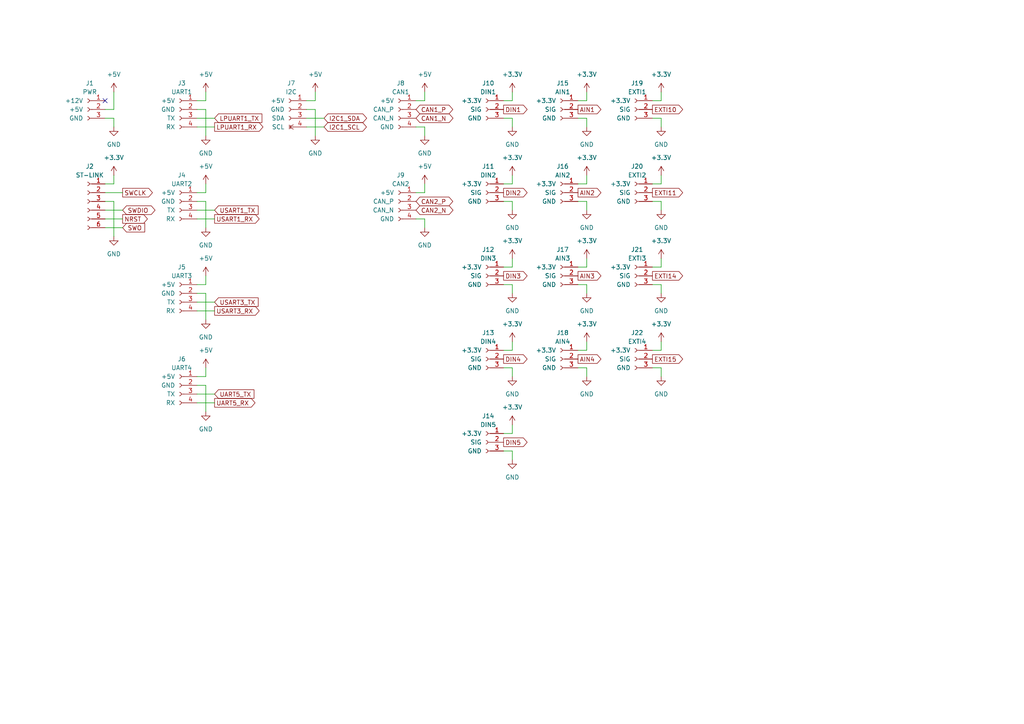
<source format=kicad_sch>
(kicad_sch (version 20250114) (generator "eeschema") (generator_version "9.0")
  (paper "A4")
  (lib_symbols
    (symbol "Connector:Conn_01x06_Socket" (pin_names (offset 1.016) (hide yes))
      (property "Reference" "J" (at 0 7.62 0))
      (property "Value" "Conn_01x06_Socket" (at 0 -10.16 0))
      (symbol "Conn_01x06_Socket_1_1"
        (polyline (pts (xy -1.27 5.08) (xy -0.508 5.08)) (stroke (width 0.1524)))
        (polyline (pts (xy -1.27 2.54) (xy -0.508 2.54)) (stroke (width 0.1524)))
        (polyline (pts (xy -1.27 0) (xy -0.508 0)) (stroke (width 0.1524)))
        (polyline (pts (xy -1.27 -2.54) (xy -0.508 -2.54)) (stroke (width 0.1524)))
        (polyline (pts (xy -1.27 -5.08) (xy -0.508 -5.08)) (stroke (width 0.1524)))
        (polyline (pts (xy -1.27 -7.62) (xy -0.508 -7.62)) (stroke (width 0.1524)))
        (arc (start 0 4.572) (mid -0.5058 5.08) (end 0 5.588) (stroke (width 0.1524)))
        (arc (start 0 2.032) (mid -0.5058 2.54) (end 0 3.048) (stroke (width 0.1524)))
        (arc (start 0 -0.508) (mid -0.5058 0) (end 0 0.508) (stroke (width 0.1524)))
        (arc (start 0 -3.048) (mid -0.5058 -2.54) (end 0 -2.032) (stroke (width 0.1524)))
        (arc (start 0 -5.588) (mid -0.5058 -5.08) (end 0 -4.572) (stroke (width 0.1524)))
        (arc (start 0 -8.128) (mid -0.5058 -7.62) (end 0 -7.112) (stroke (width 0.1524)))
        (pin passive line (at -5.08 5.08 0) (length 3.81) (name "Pin_1") (number "1"))
        (pin passive line (at -5.08 2.54 0) (length 3.81) (name "Pin_2") (number "2"))
        (pin passive line (at -5.08 0 0) (length 3.81) (name "Pin_3") (number "3"))
        (pin passive line (at -5.08 -2.54 0) (length 3.81) (name "Pin_4") (number "4"))
        (pin passive line (at -5.08 -5.08 0) (length 3.81) (name "Pin_5") (number "5"))
        (pin passive line (at -5.08 -7.62 0) (length 3.81) (name "Pin_6") (number "6"))
      )
    )
    (symbol "circuit-sugoi-tsuyoi-machine:CAN" (pin_names (offset 2.54))
      (property "Reference" "J" (at 0 5.08 0))
      (property "Value" "CAN" (at 0 -7.62 0))
      (symbol "CAN_1_1"
        (polyline (pts (xy -1.27 2.54) (xy -0.508 2.54)) (stroke (width 0.1524)))
        (polyline (pts (xy -1.27 0) (xy -0.508 0)) (stroke (width 0.1524)))
        (polyline (pts (xy -1.27 -2.54) (xy -0.508 -2.54)) (stroke (width 0.1524)))
        (polyline (pts (xy -1.27 -5.08) (xy -0.508 -5.08)) (stroke (width 0.1524)))
        (arc (start 0 2.032) (mid -0.5058 2.54) (end 0 3.048) (stroke (width 0.1524)))
        (arc (start 0 -0.508) (mid -0.5058 0) (end 0 0.508) (stroke (width 0.1524)))
        (arc (start 0 -3.048) (mid -0.5058 -2.54) (end 0 -2.032) (stroke (width 0.1524)))
        (arc (start 0 -5.588) (mid -0.5058 -5.08) (end 0 -4.572) (stroke (width 0.1524)))
        (pin power_in line (at -5.08 2.54 0) (length 3.81) (name "+5V") (number "1"))
        (pin bidirectional line (at -5.08 0 0) (length 3.81) (name "CAN_P") (number "2"))
        (pin bidirectional line (at -5.08 -2.54 0) (length 3.81) (name "CAN_N") (number "3"))
        (pin power_in line (at -5.08 -5.08 0) (length 3.81) (name "GND") (number "4"))
      )
    )
    (symbol "circuit-sugoi-tsuyoi-machine:I2C" (pin_names (offset 2.54))
      (property "Reference" "J" (at 0 5.08 0))
      (property "Value" "I2C" (at 0 -7.62 0))
      (symbol "I2C_1_1"
        (polyline (pts (xy -1.27 2.54) (xy -0.508 2.54)) (stroke (width 0.1524)))
        (polyline (pts (xy -1.27 0) (xy -0.508 0)) (stroke (width 0.1524)))
        (polyline (pts (xy -1.27 -2.54) (xy -0.508 -2.54)) (stroke (width 0.1524)))
        (polyline (pts (xy -1.27 -5.08) (xy -0.508 -5.08)) (stroke (width 0.1524)))
        (arc (start 0 2.032) (mid -0.5058 2.54) (end 0 3.048) (stroke (width 0.1524)))
        (arc (start 0 -0.508) (mid -0.5058 0) (end 0 0.508) (stroke (width 0.1524)))
        (arc (start 0 -3.048) (mid -0.5058 -2.54) (end 0 -2.032) (stroke (width 0.1524)))
        (arc (start 0 -5.588) (mid -0.5058 -5.08) (end 0 -4.572) (stroke (width 0.1524)))
        (pin power_in line (at -5.08 2.54 0) (length 3.81) (name "+5V") (number "1"))
        (pin power_in line (at -5.08 0 0) (length 3.81) (name "GND") (number "2"))
        (pin bidirectional line (at -5.08 -2.54 0) (length 3.81) (name "SDA") (number "3"))
        (pin bidirectional clock (at -5.08 -5.08 0) (length 3.81) (name "SCL") (number "4"))
      )
    )
    (symbol "circuit-sugoi-tsuyoi-machine:PWR" (pin_names (offset 2.54))
      (property "Reference" "J" (at 0 5.08 0))
      (property "Value" "PWR" (at 0 -5.08 0))
      (symbol "PWR_1_1"
        (polyline (pts (xy -1.27 2.54) (xy -0.508 2.54)) (stroke (width 0.1524)))
        (polyline (pts (xy -1.27 0) (xy -0.508 0)) (stroke (width 0.1524)))
        (polyline (pts (xy -1.27 -2.54) (xy -0.508 -2.54)) (stroke (width 0.1524)))
        (arc (start 0 2.032) (mid -0.5058 2.54) (end 0 3.048) (stroke (width 0.1524)))
        (arc (start 0 -0.508) (mid -0.5058 0) (end 0 0.508) (stroke (width 0.1524)))
        (arc (start 0 -3.048) (mid -0.5058 -2.54) (end 0 -2.032) (stroke (width 0.1524)))
        (pin power_out line (at -5.08 2.54 0) (length 3.81) (name "+12V") (number "1"))
        (pin power_out line (at -5.08 0 0) (length 3.81) (name "+5V") (number "2"))
        (pin power_out line (at -5.08 -2.54 0) (length 3.81) (name "GND") (number "3"))
      )
    )
    (symbol "circuit-sugoi-tsuyoi-machine:SIG" (pin_names (offset 2.54))
      (property "Reference" "J" (at 0 5.08 0))
      (property "Value" "SIG" (at 0 -5.08 0))
      (symbol "SIG_1_1"
        (polyline (pts (xy -1.27 2.54) (xy -0.508 2.54)) (stroke (width 0.1524)))
        (polyline (pts (xy -1.27 0) (xy -0.508 0)) (stroke (width 0.1524)))
        (polyline (pts (xy -1.27 -2.54) (xy -0.508 -2.54)) (stroke (width 0.1524)))
        (arc (start 0 2.032) (mid -0.5058 2.54) (end 0 3.048) (stroke (width 0.1524)))
        (arc (start 0 -0.508) (mid -0.5058 0) (end 0 0.508) (stroke (width 0.1524)))
        (arc (start 0 -3.048) (mid -0.5058 -2.54) (end 0 -2.032) (stroke (width 0.1524)))
        (pin power_in line (at -5.08 2.54 0) (length 3.81) (name "+3.3V") (number "1"))
        (pin input line (at -5.08 0 0) (length 3.81) (name "SIG") (number "2"))
        (pin power_in line (at -5.08 -2.54 0) (length 3.81) (name "GND") (number "3"))
      )
    )
    (symbol "circuit-sugoi-tsuyoi-machine:UART" (pin_names (offset 2.54))
      (property "Reference" "J" (at 0 5.08 0))
      (property "Value" "UART" (at 0 -7.62 0))
      (symbol "UART_1_1"
        (polyline (pts (xy -1.27 2.54) (xy -0.508 2.54)) (stroke (width 0.1524)))
        (polyline (pts (xy -1.27 0) (xy -0.508 0)) (stroke (width 0.1524)))
        (polyline (pts (xy -1.27 -2.54) (xy -0.508 -2.54)) (stroke (width 0.1524)))
        (polyline (pts (xy -1.27 -5.08) (xy -0.508 -5.08)) (stroke (width 0.1524)))
        (arc (start 0 2.032) (mid -0.5058 2.54) (end 0 3.048) (stroke (width 0.1524)))
        (arc (start 0 -0.508) (mid -0.5058 0) (end 0 0.508) (stroke (width 0.1524)))
        (arc (start 0 -3.048) (mid -0.5058 -2.54) (end 0 -2.032) (stroke (width 0.1524)))
        (arc (start 0 -5.588) (mid -0.5058 -5.08) (end 0 -4.572) (stroke (width 0.1524)))
        (pin power_in line (at -5.08 2.54 0) (length 3.81) (name "+5V") (number "1"))
        (pin power_in line (at -5.08 0 0) (length 3.81) (name "GND") (number "2"))
        (pin input line (at -5.08 -2.54 0) (length 3.81) (name "TX") (number "3"))
        (pin output line (at -5.08 -5.08 0) (length 3.81) (name "RX") (number "4"))
      )
    )
    (symbol "power:+3.3V" (power) (pin_numbers (hide yes)) (pin_names (offset 0) (hide yes))
      (property "Value" "+3.3V" (at 0 3.556 0))
      (symbol "+3.3V_0_1"
        (polyline (pts (xy -0.762 1.27) (xy 0 2.54)))
        (polyline (pts (xy 0 2.54) (xy 0.762 1.27)))
        (polyline (pts (xy 0 0) (xy 0 2.54)))
      )
      (symbol "+3.3V_1_1"
        (pin power_in line (at 0 0 90) (length 0) (name "~") (number "1"))
      )
    )
    (symbol "power:+5V" (power) (pin_numbers (hide yes)) (pin_names (offset 0) (hide yes))
      (property "Value" "+5V" (at 0 3.556 0))
      (symbol "+5V_0_1"
        (polyline (pts (xy -0.762 1.27) (xy 0 2.54)))
        (polyline (pts (xy 0 2.54) (xy 0.762 1.27)))
        (polyline (pts (xy 0 0) (xy 0 2.54)))
      )
      (symbol "+5V_1_1"
        (pin power_in line (at 0 0 90) (length 0) (name "~") (number "1"))
      )
    )
    (symbol "power:GND" (power) (pin_numbers (hide yes)) (pin_names (offset 0) (hide yes))
      (property "Value" "GND" (at 0 -3.81 0))
      (symbol "GND_0_1"
        (polyline (pts (xy 0 0) (xy 0 -1.27) (xy 1.27 -1.27) (xy 0 -2.54) (xy -1.27 -1.27) (xy 0 -1.27)))
      )
      (symbol "GND_1_1"
        (pin power_in line (at 0 0 270) (length 0) (name "~") (number "1"))
      )
    )
  )
  (no_connect (at 30.48 29.21))
  (wire (pts (xy 170.18 82.55) (xy 170.18 85.09)))
  (wire (pts (xy 148.59 34.29) (xy 148.59 36.83)))
  (wire (pts (xy 191.77 34.29) (xy 191.77 36.83)))
  (wire (pts (xy 146.05 29.21) (xy 148.59 29.21)))
  (wire (pts (xy 62.23 87.63) (xy 57.15 87.63)))
  (wire (pts (xy 59.69 109.22) (xy 59.69 106.68)))
  (wire (pts (xy 59.69 82.55) (xy 59.69 80.01)))
  (wire (pts (xy 167.64 106.68) (xy 170.18 106.68)))
  (wire (pts (xy 120.65 63.5) (xy 123.19 63.5)))
  (wire (pts (xy 170.18 101.6) (xy 170.18 99.06)))
  (wire (pts (xy 59.69 29.21) (xy 59.69 26.67)))
  (wire (pts (xy 59.69 111.76) (xy 59.69 119.38)))
  (wire (pts (xy 62.23 63.5) (xy 57.15 63.5)))
  (wire (pts (xy 189.23 106.68) (xy 191.77 106.68)))
  (wire (pts (xy 62.23 34.29) (xy 57.15 34.29)))
  (wire (pts (xy 148.59 82.55) (xy 148.59 85.09)))
  (wire (pts (xy 170.18 77.47) (xy 170.18 74.93)))
  (wire (pts (xy 88.9 36.83) (xy 93.98 36.83)))
  (wire (pts (xy 146.05 53.34) (xy 148.59 53.34)))
  (wire (pts (xy 33.02 34.29) (xy 33.02 36.83)))
  (wire (pts (xy 123.19 36.83) (xy 123.19 39.37)))
  (wire (pts (xy 88.9 31.75) (xy 91.44 31.75)))
  (wire (pts (xy 167.64 101.6) (xy 170.18 101.6)))
  (wire (pts (xy 123.19 29.21) (xy 120.65 29.21)))
  (wire (pts (xy 35.56 63.5) (xy 30.48 63.5)))
  (wire (pts (xy 62.23 114.3) (xy 57.15 114.3)))
  (wire (pts (xy 33.02 53.34) (xy 33.02 50.8)))
  (wire (pts (xy 191.77 58.42) (xy 191.77 60.96)))
  (wire (pts (xy 59.69 58.42) (xy 59.69 66.04)))
  (wire (pts (xy 120.65 36.83) (xy 123.19 36.83)))
  (wire (pts (xy 62.23 60.96) (xy 57.15 60.96)))
  (wire (pts (xy 57.15 55.88) (xy 59.69 55.88)))
  (wire (pts (xy 35.56 55.88) (xy 30.48 55.88)))
  (wire (pts (xy 191.77 82.55) (xy 191.77 85.09)))
  (wire (pts (xy 167.64 53.34) (xy 170.18 53.34)))
  (wire (pts (xy 191.77 77.47) (xy 191.77 74.93)))
  (wire (pts (xy 191.77 53.34) (xy 191.77 50.8)))
  (wire (pts (xy 57.15 85.09) (xy 59.69 85.09)))
  (wire (pts (xy 57.15 29.21) (xy 59.69 29.21)))
  (wire (pts (xy 148.59 77.47) (xy 148.59 74.93)))
  (wire (pts (xy 123.19 26.67) (xy 123.19 29.21)))
  (wire (pts (xy 123.19 53.34) (xy 123.19 55.88)))
  (wire (pts (xy 167.64 58.42) (xy 170.18 58.42)))
  (wire (pts (xy 189.23 34.29) (xy 191.77 34.29)))
  (wire (pts (xy 33.02 26.67) (xy 33.02 31.75)))
  (wire (pts (xy 57.15 111.76) (xy 59.69 111.76)))
  (wire (pts (xy 191.77 29.21) (xy 191.77 26.67)))
  (wire (pts (xy 146.05 125.73) (xy 148.59 125.73)))
  (wire (pts (xy 123.19 63.5) (xy 123.19 66.04)))
  (wire (pts (xy 146.05 101.6) (xy 148.59 101.6)))
  (wire (pts (xy 167.64 29.21) (xy 170.18 29.21)))
  (wire (pts (xy 189.23 82.55) (xy 191.77 82.55)))
  (wire (pts (xy 148.59 58.42) (xy 148.59 60.96)))
  (wire (pts (xy 88.9 34.29) (xy 93.98 34.29)))
  (wire (pts (xy 189.23 53.34) (xy 191.77 53.34)))
  (wire (pts (xy 167.64 34.29) (xy 170.18 34.29)))
  (wire (pts (xy 146.05 34.29) (xy 148.59 34.29)))
  (wire (pts (xy 91.44 31.75) (xy 91.44 39.37)))
  (wire (pts (xy 170.18 58.42) (xy 170.18 60.96)))
  (wire (pts (xy 59.69 55.88) (xy 59.69 53.34)))
  (wire (pts (xy 148.59 106.68) (xy 148.59 109.22)))
  (wire (pts (xy 170.18 29.21) (xy 170.18 26.67)))
  (wire (pts (xy 167.64 82.55) (xy 170.18 82.55)))
  (wire (pts (xy 62.23 36.83) (xy 57.15 36.83)))
  (wire (pts (xy 33.02 58.42) (xy 33.02 68.58)))
  (wire (pts (xy 148.59 53.34) (xy 148.59 50.8)))
  (wire (pts (xy 148.59 130.81) (xy 148.59 133.35)))
  (wire (pts (xy 35.56 66.04) (xy 30.48 66.04)))
  (wire (pts (xy 59.69 85.09) (xy 59.69 92.71)))
  (wire (pts (xy 146.05 130.81) (xy 148.59 130.81)))
  (wire (pts (xy 189.23 29.21) (xy 191.77 29.21)))
  (wire (pts (xy 123.19 55.88) (xy 120.65 55.88)))
  (wire (pts (xy 167.64 77.47) (xy 170.18 77.47)))
  (wire (pts (xy 146.05 82.55) (xy 148.59 82.55)))
  (wire (pts (xy 189.23 77.47) (xy 191.77 77.47)))
  (wire (pts (xy 146.05 77.47) (xy 148.59 77.47)))
  (wire (pts (xy 57.15 31.75) (xy 59.69 31.75)))
  (wire (pts (xy 30.48 34.29) (xy 33.02 34.29)))
  (wire (pts (xy 57.15 82.55) (xy 59.69 82.55)))
  (wire (pts (xy 189.23 58.42) (xy 191.77 58.42)))
  (wire (pts (xy 189.23 101.6) (xy 191.77 101.6)))
  (wire (pts (xy 170.18 34.29) (xy 170.18 36.83)))
  (wire (pts (xy 30.48 31.75) (xy 33.02 31.75)))
  (wire (pts (xy 57.15 58.42) (xy 59.69 58.42)))
  (wire (pts (xy 148.59 29.21) (xy 148.59 26.67)))
  (wire (pts (xy 146.05 106.68) (xy 148.59 106.68)))
  (wire (pts (xy 170.18 106.68) (xy 170.18 109.22)))
  (wire (pts (xy 148.59 101.6) (xy 148.59 99.06)))
  (wire (pts (xy 62.23 116.84) (xy 57.15 116.84)))
  (wire (pts (xy 30.48 53.34) (xy 33.02 53.34)))
  (wire (pts (xy 30.48 58.42) (xy 33.02 58.42)))
  (wire (pts (xy 170.18 53.34) (xy 170.18 50.8)))
  (wire (pts (xy 88.9 29.21) (xy 91.44 29.21)))
  (wire (pts (xy 91.44 29.21) (xy 91.44 26.67)))
  (wire (pts (xy 191.77 101.6) (xy 191.77 99.06)))
  (wire (pts (xy 57.15 109.22) (xy 59.69 109.22)))
  (wire (pts (xy 146.05 58.42) (xy 148.59 58.42)))
  (wire (pts (xy 191.77 106.68) (xy 191.77 109.22)))
  (wire (pts (xy 35.56 60.96) (xy 30.48 60.96)))
  (wire (pts (xy 59.69 31.75) (xy 59.69 39.37)))
  (wire (pts (xy 62.23 90.17) (xy 57.15 90.17)))
  (wire (pts (xy 148.59 125.73) (xy 148.59 123.19)))
  (global_label "DIN1" (shape output) (at 146.05 31.75 0) (property "Intersheetrefs" "${INTERSHEET_REFS}" (effects (hide yes))))
  (global_label "LPUART1_TX" (shape input) (at 62.23 34.29 0) (property "Intersheetrefs" "${INTERSHEET_REFS}" (effects (hide yes))))
  (global_label "CAN2_P" (shape bidirectional) (at 120.65 58.42 0) (property "Intersheetrefs" "${INTERSHEET_REFS}" (effects (hide yes))))
  (global_label "USART3_RX" (shape output) (at 62.23 90.17 0) (property "Intersheetrefs" "${INTERSHEET_REFS}" (effects (hide yes))))
  (global_label "USART3_TX" (shape input) (at 62.23 87.63 0) (property "Intersheetrefs" "${INTERSHEET_REFS}" (effects (hide yes))))
  (global_label "EXTI11" (shape output) (at 189.23 55.88 0) (property "Intersheetrefs" "${INTERSHEET_REFS}" (effects (hide yes))))
  (global_label "CAN2_N" (shape bidirectional) (at 120.65 60.96 0) (property "Intersheetrefs" "${INTERSHEET_REFS}" (effects (hide yes))))
  (global_label "CAN1_N" (shape bidirectional) (at 120.65 34.29 0) (property "Intersheetrefs" "${INTERSHEET_REFS}" (effects (hide yes))))
  (global_label "I2C1_SDA" (shape bidirectional) (at 93.98 34.29 0) (property "Intersheetrefs" "${INTERSHEET_REFS}" (effects (hide yes))))
  (global_label "I2C1_SCL" (shape bidirectional) (at 93.98 36.83 0) (property "Intersheetrefs" "${INTERSHEET_REFS}" (effects (hide yes))))
  (global_label "UART5_TX" (shape input) (at 62.23 114.3 0) (property "Intersheetrefs" "${INTERSHEET_REFS}" (effects (hide yes))))
  (global_label "USART1_RX" (shape output) (at 62.23 63.5 0) (property "Intersheetrefs" "${INTERSHEET_REFS}" (effects (hide yes))))
  (global_label "AIN4" (shape output) (at 167.64 104.14 0) (property "Intersheetrefs" "${INTERSHEET_REFS}" (effects (hide yes))))
  (global_label "EXTI10" (shape output) (at 189.23 31.75 0) (property "Intersheetrefs" "${INTERSHEET_REFS}" (effects (hide yes))))
  (global_label "DIN2" (shape output) (at 146.05 55.88 0) (property "Intersheetrefs" "${INTERSHEET_REFS}" (effects (hide yes))))
  (global_label "AIN3" (shape output) (at 167.64 80.01 0) (property "Intersheetrefs" "${INTERSHEET_REFS}" (effects (hide yes))))
  (global_label "SWO" (shape input) (at 35.56 66.04 0) (property "Intersheetrefs" "${INTERSHEET_REFS}" (effects (hide yes))))
  (global_label "EXTI15" (shape output) (at 189.23 104.14 0) (property "Intersheetrefs" "${INTERSHEET_REFS}" (effects (hide yes))))
  (global_label "DIN3" (shape output) (at 146.05 80.01 0) (property "Intersheetrefs" "${INTERSHEET_REFS}" (effects (hide yes))))
  (global_label "USART1_TX" (shape input) (at 62.23 60.96 0) (property "Intersheetrefs" "${INTERSHEET_REFS}" (effects (hide yes))))
  (global_label "LPUART1_RX" (shape output) (at 62.23 36.83 0) (property "Intersheetrefs" "${INTERSHEET_REFS}" (effects (hide yes))))
  (global_label "DIN5" (shape output) (at 146.05 128.27 0) (property "Intersheetrefs" "${INTERSHEET_REFS}" (effects (hide yes))))
  (global_label "SWCLK" (shape output) (at 35.56 55.88 0) (property "Intersheetrefs" "${INTERSHEET_REFS}" (effects (hide yes))))
  (global_label "AIN1" (shape output) (at 167.64 31.75 0) (property "Intersheetrefs" "${INTERSHEET_REFS}" (effects (hide yes))))
  (global_label "SWDIO" (shape bidirectional) (at 35.56 60.96 0) (property "Intersheetrefs" "${INTERSHEET_REFS}" (effects (hide yes))))
  (global_label "UART5_RX" (shape output) (at 62.23 116.84 0) (property "Intersheetrefs" "${INTERSHEET_REFS}" (effects (hide yes))))
  (global_label "EXTI14" (shape output) (at 189.23 80.01 0) (property "Intersheetrefs" "${INTERSHEET_REFS}" (effects (hide yes))))
  (global_label "DIN4" (shape output) (at 146.05 104.14 0) (property "Intersheetrefs" "${INTERSHEET_REFS}" (effects (hide yes))))
  (global_label "AIN2" (shape output) (at 167.64 55.88 0) (property "Intersheetrefs" "${INTERSHEET_REFS}" (effects (hide yes))))
  (global_label "CAN1_P" (shape bidirectional) (at 120.65 31.75 0) (property "Intersheetrefs" "${INTERSHEET_REFS}" (effects (hide yes))))
  (global_label "NRST" (shape output) (at 35.56 63.5 0) (property "Intersheetrefs" "${INTERSHEET_REFS}" (effects (hide yes))))
  (symbol (lib_id "circuit-sugoi-tsuyoi-machine:SIG") (at 140.97 128.27 0) (mirror y) (unit 1)
    (property "Reference" "J14" (at 141.605 120.65 0))
    (property "Value" "DIN5" (at 141.605 123.19 0))
    (property "Footprint" "Connector_JST:JST_XA_B03B-XASK-1_1x03_P2.50mm_Vertical" (effects (hide yes)))
    (property "Description" "Generic connector, single row, 01x03, script generated" (effects (hide yes)))
  )
  (symbol (lib_id "circuit-sugoi-tsuyoi-machine:SIG") (at 140.97 104.14 0) (mirror y) (unit 1)
    (property "Reference" "J13" (at 141.605 96.52 0))
    (property "Value" "DIN4" (at 141.605 99.06 0))
    (property "Footprint" "Connector_JST:JST_XA_B03B-XASK-1_1x03_P2.50mm_Vertical" (effects (hide yes)))
    (property "Description" "Generic connector, single row, 01x03, script generated" (effects (hide yes)))
  )
  (symbol (lib_id "circuit-sugoi-tsuyoi-machine:SIG") (at 162.56 55.88 0) (mirror y) (unit 1)
    (property "Reference" "J16" (at 163.195 48.26 0))
    (property "Value" "AIN2" (at 163.195 50.8 0))
    (property "Footprint" "Connector_JST:JST_XA_B03B-XASK-1_1x03_P2.50mm_Vertical" (effects (hide yes)))
    (property "Description" "Generic connector, single row, 01x03, script generated" (effects (hide yes)))
  )
  (symbol (lib_id "power:GND") (at 148.59 36.83 0) (unit 1)
    (property "Reference" "#PWR037" (effects (hide yes)))
    (property "Value" "GND" (at 148.59 41.91 0))
    (property "Description" "Power symbol creates a global label with name \"GND\" , ground" (effects (hide yes)))
  )
  (symbol (lib_id "power:GND") (at 91.44 39.37 0) (unit 1)
    (property "Reference" "#PWR028" (effects (hide yes)))
    (property "Value" "GND" (at 91.44 44.45 0))
    (property "Description" "Power symbol creates a global label with name \"GND\" , ground" (effects (hide yes)))
  )
  (symbol (lib_id "power:GND") (at 148.59 60.96 0) (unit 1)
    (property "Reference" "#PWR039" (effects (hide yes)))
    (property "Value" "GND" (at 148.59 66.04 0))
    (property "Description" "Power symbol creates a global label with name \"GND\" , ground" (effects (hide yes)))
  )
  (symbol (lib_id "power:+5V") (at 33.02 26.67 0) (unit 1)
    (property "Reference" "#PWR016" (effects (hide yes)))
    (property "Value" "+5V" (at 33.02 21.59 0))
    (property "Description" "Power symbol creates a global label with name \"+5V\"" (effects (hide yes)))
  )
  (symbol (lib_id "circuit-sugoi-tsuyoi-machine:SIG") (at 184.15 55.88 0) (mirror y) (unit 1)
    (property "Reference" "J20" (at 184.785 48.26 0))
    (property "Value" "EXTI2" (at 184.785 50.8 0))
    (property "Footprint" "Connector_JST:JST_XA_B03B-XASK-1_1x03_P2.50mm_Vertical" (effects (hide yes)))
    (property "Description" "Generic connector, single row, 01x03, script generated" (effects (hide yes)))
  )
  (symbol (lib_id "power:+3.3V") (at 148.59 50.8 0) (unit 1)
    (property "Reference" "#PWR038" (effects (hide yes)))
    (property "Value" "+3.3V" (at 148.59 45.72 0))
    (property "Description" "Power symbol creates a global label with name \"+3.3V\"" (effects (hide yes)))
  )
  (symbol (lib_id "power:+5V") (at 59.69 53.34 0) (unit 1)
    (property "Reference" "#PWR021" (effects (hide yes)))
    (property "Value" "+5V" (at 59.69 48.26 0))
    (property "Description" "Power symbol creates a global label with name \"+5V\"" (effects (hide yes)))
  )
  (symbol (lib_id "power:GND") (at 191.77 109.22 0) (unit 1)
    (property "Reference" "#PWR061" (effects (hide yes)))
    (property "Value" "GND" (at 191.77 114.3 0))
    (property "Description" "Power symbol creates a global label with name \"GND\" , ground" (effects (hide yes)))
  )
  (symbol (lib_id "power:GND") (at 59.69 92.71 0) (unit 1)
    (property "Reference" "#PWR024" (effects (hide yes)))
    (property "Value" "GND" (at 59.69 97.79 0))
    (property "Description" "Power symbol creates a global label with name \"GND\" , ground" (effects (hide yes)))
  )
  (symbol (lib_id "circuit-sugoi-tsuyoi-machine:UART") (at 52.07 58.42 0) (mirror y) (unit 1)
    (property "Reference" "J4" (at 52.705 50.8 0))
    (property "Value" "UART2" (at 52.705 53.34 0))
    (property "Footprint" "circuit-sugoi-tsuyoi-machine:DF1B-4P-2.5DSA" (effects (hide yes)))
    (property "Description" "Generic connector, single row, 01x04, script generated" (effects (hide yes)))
  )
  (symbol (lib_id "circuit-sugoi-tsuyoi-machine:SIG") (at 184.15 104.14 0) (mirror y) (unit 1)
    (property "Reference" "J22" (at 184.785 96.52 0))
    (property "Value" "EXTI4" (at 184.785 99.06 0))
    (property "Footprint" "Connector_JST:JST_XA_B03B-XASK-1_1x03_P2.50mm_Vertical" (effects (hide yes)))
    (property "Description" "Generic connector, single row, 01x03, script generated" (effects (hide yes)))
  )
  (symbol (lib_id "power:GND") (at 148.59 133.35 0) (unit 1)
    (property "Reference" "#PWR045" (effects (hide yes)))
    (property "Value" "GND" (at 148.59 138.43 0))
    (property "Description" "Power symbol creates a global label with name \"GND\" , ground" (effects (hide yes)))
  )
  (symbol (lib_id "power:+3.3V") (at 148.59 99.06 0) (unit 1)
    (property "Reference" "#PWR042" (effects (hide yes)))
    (property "Value" "+3.3V" (at 148.59 93.98 0))
    (property "Description" "Power symbol creates a global label with name \"+3.3V\"" (effects (hide yes)))
  )
  (symbol (lib_id "power:+3.3V") (at 33.02 50.8 0) (unit 1)
    (property "Reference" "#PWR017" (effects (hide yes)))
    (property "Value" "+3.3V" (at 33.02 45.72 0))
    (property "Description" "Power symbol creates a global label with name \"+3.3V\"" (effects (hide yes)))
  )
  (symbol (lib_id "circuit-sugoi-tsuyoi-machine:PWR") (at 25.4 31.75 0) (mirror y) (unit 1)
    (property "Reference" "J1" (at 26.035 24.13 0))
    (property "Value" "PWR" (at 26.035 26.67 0))
    (property "Footprint" "Connector_JST:JST_XH_B3B-XH-A_1x03_P2.50mm_Vertical" (effects (hide yes)))
    (property "Description" "Generic connector, single row, 01x03, script generated" (effects (hide yes)))
  )
  (symbol (lib_id "power:+5V") (at 59.69 26.67 0) (unit 1)
    (property "Reference" "#PWR019" (effects (hide yes)))
    (property "Value" "+5V" (at 59.69 21.59 0))
    (property "Description" "Power symbol creates a global label with name \"+5V\"" (effects (hide yes)))
  )
  (symbol (lib_id "power:+3.3V") (at 170.18 74.93 0) (unit 1)
    (property "Reference" "#PWR050" (effects (hide yes)))
    (property "Value" "+3.3V" (at 170.18 69.85 0))
    (property "Description" "Power symbol creates a global label with name \"+3.3V\"" (effects (hide yes)))
  )
  (symbol (lib_id "power:+3.3V") (at 170.18 99.06 0) (unit 1)
    (property "Reference" "#PWR052" (effects (hide yes)))
    (property "Value" "+3.3V" (at 170.18 93.98 0))
    (property "Description" "Power symbol creates a global label with name \"+3.3V\"" (effects (hide yes)))
  )
  (symbol (lib_id "circuit-sugoi-tsuyoi-machine:SIG") (at 162.56 31.75 0) (mirror y) (unit 1)
    (property "Reference" "J15" (at 163.195 24.13 0))
    (property "Value" "AIN1" (at 163.195 26.67 0))
    (property "Footprint" "Connector_JST:JST_XA_B03B-XASK-1_1x03_P2.50mm_Vertical" (effects (hide yes)))
    (property "Description" "Generic connector, single row, 01x03, script generated" (effects (hide yes)))
  )
  (symbol (lib_id "circuit-sugoi-tsuyoi-machine:SIG") (at 184.15 80.01 0) (mirror y) (unit 1)
    (property "Reference" "J21" (at 184.785 72.39 0))
    (property "Value" "EXTI3" (at 184.785 74.93 0))
    (property "Footprint" "Connector_JST:JST_XA_B03B-XASK-1_1x03_P2.50mm_Vertical" (effects (hide yes)))
    (property "Description" "Generic connector, single row, 01x03, script generated" (effects (hide yes)))
  )
  (symbol (lib_id "power:+3.3V") (at 191.77 74.93 0) (unit 1)
    (property "Reference" "#PWR058" (effects (hide yes)))
    (property "Value" "+3.3V" (at 191.77 69.85 0))
    (property "Description" "Power symbol creates a global label with name \"+3.3V\"" (effects (hide yes)))
  )
  (symbol (lib_id "Connector:Conn_01x06_Socket") (at 25.4 58.42 0) (mirror y) (unit 1)
    (property "Reference" "J2" (at 26.035 48.26 0))
    (property "Value" "ST-LINK" (at 26.035 50.8 0))
    (property "Footprint" "Connector_JST:JST_ZH_B6B-ZR_1x06_P1.50mm_Vertical" (effects (hide yes)))
    (property "Description" "Generic connector, single row, 01x06, script generated" (effects (hide yes)))
  )
  (symbol (lib_id "power:GND") (at 33.02 68.58 0) (unit 1)
    (property "Reference" "#PWR018" (effects (hide yes)))
    (property "Value" "GND" (at 33.02 73.66 0))
    (property "Description" "Power symbol creates a global label with name \"GND\" , ground" (effects (hide yes)))
  )
  (symbol (lib_id "circuit-sugoi-tsuyoi-machine:UART") (at 52.07 31.75 0) (mirror y) (unit 1)
    (property "Reference" "J3" (at 52.705 24.13 0))
    (property "Value" "UART1" (at 52.705 26.67 0))
    (property "Footprint" "circuit-sugoi-tsuyoi-machine:DF1B-4P-2.5DSA" (effects (hide yes)))
    (property "Description" "Generic connector, single row, 01x04, script generated" (effects (hide yes)))
  )
  (symbol (lib_id "power:+3.3V") (at 148.59 74.93 0) (unit 1)
    (property "Reference" "#PWR040" (effects (hide yes)))
    (property "Value" "+3.3V" (at 148.59 69.85 0))
    (property "Description" "Power symbol creates a global label with name \"+3.3V\"" (effects (hide yes)))
  )
  (symbol (lib_id "power:+3.3V") (at 191.77 26.67 0) (unit 1)
    (property "Reference" "#PWR054" (effects (hide yes)))
    (property "Value" "+3.3V" (at 191.77 21.59 0))
    (property "Description" "Power symbol creates a global label with name \"+3.3V\"" (effects (hide yes)))
  )
  (symbol (lib_id "power:+5V") (at 123.19 26.67 0) (unit 1)
    (property "Reference" "#PWR032" (effects (hide yes)))
    (property "Value" "+5V" (at 123.19 21.59 0))
    (property "Description" "Power symbol creates a global label with name \"+5V\"" (effects (hide yes)))
  )
  (symbol (lib_id "power:+3.3V") (at 191.77 99.06 0) (unit 1)
    (property "Reference" "#PWR060" (effects (hide yes)))
    (property "Value" "+3.3V" (at 191.77 93.98 0))
    (property "Description" "Power symbol creates a global label with name \"+3.3V\"" (effects (hide yes)))
  )
  (symbol (lib_id "circuit-sugoi-tsuyoi-machine:SIG") (at 140.97 31.75 0) (mirror y) (unit 1)
    (property "Reference" "J10" (at 141.605 24.13 0))
    (property "Value" "DIN1" (at 141.605 26.67 0))
    (property "Footprint" "Connector_JST:JST_XA_B03B-XASK-1_1x03_P2.50mm_Vertical" (effects (hide yes)))
    (property "Description" "Generic connector, single row, 01x03, script generated" (effects (hide yes)))
  )
  (symbol (lib_id "power:GND") (at 59.69 66.04 0) (unit 1)
    (property "Reference" "#PWR022" (effects (hide yes)))
    (property "Value" "GND" (at 59.69 71.12 0))
    (property "Description" "Power symbol creates a global label with name \"GND\" , ground" (effects (hide yes)))
  )
  (symbol (lib_id "power:GND") (at 170.18 109.22 0) (unit 1)
    (property "Reference" "#PWR053" (effects (hide yes)))
    (property "Value" "GND" (at 170.18 114.3 0))
    (property "Description" "Power symbol creates a global label with name \"GND\" , ground" (effects (hide yes)))
  )
  (symbol (lib_id "circuit-sugoi-tsuyoi-machine:SIG") (at 140.97 80.01 0) (mirror y) (unit 1)
    (property "Reference" "J12" (at 141.605 72.39 0))
    (property "Value" "DIN3" (at 141.605 74.93 0))
    (property "Footprint" "Connector_JST:JST_XA_B03B-XASK-1_1x03_P2.50mm_Vertical" (effects (hide yes)))
    (property "Description" "Generic connector, single row, 01x03, script generated" (effects (hide yes)))
  )
  (symbol (lib_id "power:GND") (at 33.02 36.83 0) (unit 1)
    (property "Reference" "#PWR015" (effects (hide yes)))
    (property "Value" "GND" (at 33.02 41.91 0))
    (property "Description" "Power symbol creates a global label with name \"GND\" , ground" (effects (hide yes)))
  )
  (symbol (lib_id "circuit-sugoi-tsuyoi-machine:I2C") (at 83.82 31.75 0) (mirror y) (unit 1)
    (property "Reference" "J7" (at 84.455 24.13 0))
    (property "Value" "I2C" (at 84.455 26.67 0))
    (property "Footprint" "Connector_JST:JST_XH_B4B-XH-A_1x04_P2.50mm_Vertical" (effects (hide yes)))
    (property "Description" "Generic connector, single row, 01x04, script generated" (effects (hide yes)))
  )
  (symbol (lib_id "circuit-sugoi-tsuyoi-machine:SIG") (at 162.56 80.01 0) (mirror y) (unit 1)
    (property "Reference" "J17" (at 163.195 72.39 0))
    (property "Value" "AIN3" (at 163.195 74.93 0))
    (property "Footprint" "Connector_JST:JST_XA_B03B-XASK-1_1x03_P2.50mm_Vertical" (effects (hide yes)))
    (property "Description" "Generic connector, single row, 01x03, script generated" (effects (hide yes)))
  )
  (symbol (lib_id "circuit-sugoi-tsuyoi-machine:SIG") (at 140.97 55.88 0) (mirror y) (unit 1)
    (property "Reference" "J11" (at 141.605 48.26 0))
    (property "Value" "DIN2" (at 141.605 50.8 0))
    (property "Footprint" "Connector_JST:JST_XA_B03B-XASK-1_1x03_P2.50mm_Vertical" (effects (hide yes)))
    (property "Description" "Generic connector, single row, 01x03, script generated" (effects (hide yes)))
  )
  (symbol (lib_id "power:GND") (at 123.19 66.04 0) (unit 1)
    (property "Reference" "#PWR035" (effects (hide yes)))
    (property "Value" "GND" (at 123.19 71.12 0))
    (property "Description" "Power symbol creates a global label with name \"GND\" , ground" (effects (hide yes)))
  )
  (symbol (lib_id "power:GND") (at 148.59 109.22 0) (unit 1)
    (property "Reference" "#PWR043" (effects (hide yes)))
    (property "Value" "GND" (at 148.59 114.3 0))
    (property "Description" "Power symbol creates a global label with name \"GND\" , ground" (effects (hide yes)))
  )
  (symbol (lib_id "power:+5V") (at 91.44 26.67 0) (unit 1)
    (property "Reference" "#PWR027" (effects (hide yes)))
    (property "Value" "+5V" (at 91.44 21.59 0))
    (property "Description" "Power symbol creates a global label with name \"+5V\"" (effects (hide yes)))
  )
  (symbol (lib_id "power:+3.3V") (at 148.59 123.19 0) (unit 1)
    (property "Reference" "#PWR044" (effects (hide yes)))
    (property "Value" "+3.3V" (at 148.59 118.11 0))
    (property "Description" "Power symbol creates a global label with name \"+3.3V\"" (effects (hide yes)))
  )
  (symbol (lib_id "power:GND") (at 191.77 85.09 0) (unit 1)
    (property "Reference" "#PWR059" (effects (hide yes)))
    (property "Value" "GND" (at 191.77 90.17 0))
    (property "Description" "Power symbol creates a global label with name \"GND\" , ground" (effects (hide yes)))
  )
  (symbol (lib_id "power:GND") (at 148.59 85.09 0) (unit 1)
    (property "Reference" "#PWR041" (effects (hide yes)))
    (property "Value" "GND" (at 148.59 90.17 0))
    (property "Description" "Power symbol creates a global label with name \"GND\" , ground" (effects (hide yes)))
  )
  (symbol (lib_id "circuit-sugoi-tsuyoi-machine:UART") (at 52.07 111.76 0) (mirror y) (unit 1)
    (property "Reference" "J6" (at 52.705 104.14 0))
    (property "Value" "UART4" (at 52.705 106.68 0))
    (property "Footprint" "circuit-sugoi-tsuyoi-machine:DF1B-4P-2.5DSA" (effects (hide yes)))
    (property "Description" "Generic connector, single row, 01x04, script generated" (effects (hide yes)))
  )
  (symbol (lib_id "circuit-sugoi-tsuyoi-machine:CAN") (at 115.57 58.42 0) (mirror y) (unit 1)
    (property "Reference" "J9" (at 116.205 50.8 0))
    (property "Value" "CAN2" (at 116.205 53.34 0))
    (property "Footprint" "Connector_JST:JST_XA_B04B-XASK-1_1x04_P2.50mm_Vertical" (effects (hide yes)))
    (property "Description" "Generic connector, single row, 01x04, script generated" (effects (hide yes)))
  )
  (symbol (lib_id "power:GND") (at 123.19 39.37 0) (unit 1)
    (property "Reference" "#PWR033" (effects (hide yes)))
    (property "Value" "GND" (at 123.19 44.45 0))
    (property "Description" "Power symbol creates a global label with name \"GND\" , ground" (effects (hide yes)))
  )
  (symbol (lib_id "power:+3.3V") (at 170.18 26.67 0) (unit 1)
    (property "Reference" "#PWR046" (effects (hide yes)))
    (property "Value" "+3.3V" (at 170.18 21.59 0))
    (property "Description" "Power symbol creates a global label with name \"+3.3V\"" (effects (hide yes)))
  )
  (symbol (lib_id "power:GND") (at 191.77 60.96 0) (unit 1)
    (property "Reference" "#PWR057" (effects (hide yes)))
    (property "Value" "GND" (at 191.77 66.04 0))
    (property "Description" "Power symbol creates a global label with name \"GND\" , ground" (effects (hide yes)))
  )
  (symbol (lib_id "power:GND") (at 59.69 119.38 0) (unit 1)
    (property "Reference" "#PWR026" (effects (hide yes)))
    (property "Value" "GND" (at 59.69 124.46 0))
    (property "Description" "Power symbol creates a global label with name \"GND\" , ground" (effects (hide yes)))
  )
  (symbol (lib_id "power:+3.3V") (at 148.59 26.67 0) (unit 1)
    (property "Reference" "#PWR036" (effects (hide yes)))
    (property "Value" "+3.3V" (at 148.59 21.59 0))
    (property "Description" "Power symbol creates a global label with name \"+3.3V\"" (effects (hide yes)))
  )
  (symbol (lib_id "circuit-sugoi-tsuyoi-machine:UART") (at 52.07 85.09 0) (mirror y) (unit 1)
    (property "Reference" "J5" (at 52.705 77.47 0))
    (property "Value" "UART3" (at 52.705 80.01 0))
    (property "Footprint" "circuit-sugoi-tsuyoi-machine:DF1B-4P-2.5DSA" (effects (hide yes)))
    (property "Description" "Generic connector, single row, 01x04, script generated" (effects (hide yes)))
  )
  (symbol (lib_id "power:+5V") (at 59.69 106.68 0) (unit 1)
    (property "Reference" "#PWR025" (effects (hide yes)))
    (property "Value" "+5V" (at 59.69 101.6 0))
    (property "Description" "Power symbol creates a global label with name \"+5V\"" (effects (hide yes)))
  )
  (symbol (lib_id "power:+5V") (at 59.69 80.01 0) (unit 1)
    (property "Reference" "#PWR023" (effects (hide yes)))
    (property "Value" "+5V" (at 59.69 74.93 0))
    (property "Description" "Power symbol creates a global label with name \"+5V\"" (effects (hide yes)))
  )
  (symbol (lib_id "circuit-sugoi-tsuyoi-machine:SIG") (at 162.56 104.14 0) (mirror y) (unit 1)
    (property "Reference" "J18" (at 163.195 96.52 0))
    (property "Value" "AIN4" (at 163.195 99.06 0))
    (property "Footprint" "Connector_JST:JST_XA_B03B-XASK-1_1x03_P2.50mm_Vertical" (effects (hide yes)))
    (property "Description" "Generic connector, single row, 01x03, script generated" (effects (hide yes)))
  )
  (symbol (lib_id "power:GND") (at 191.77 36.83 0) (unit 1)
    (property "Reference" "#PWR055" (effects (hide yes)))
    (property "Value" "GND" (at 191.77 41.91 0))
    (property "Description" "Power symbol creates a global label with name \"GND\" , ground" (effects (hide yes)))
  )
  (symbol (lib_id "power:+3.3V") (at 170.18 50.8 0) (unit 1)
    (property "Reference" "#PWR048" (effects (hide yes)))
    (property "Value" "+3.3V" (at 170.18 45.72 0))
    (property "Description" "Power symbol creates a global label with name \"+3.3V\"" (effects (hide yes)))
  )
  (symbol (lib_id "power:GND") (at 170.18 85.09 0) (unit 1)
    (property "Reference" "#PWR051" (effects (hide yes)))
    (property "Value" "GND" (at 170.18 90.17 0))
    (property "Description" "Power symbol creates a global label with name \"GND\" , ground" (effects (hide yes)))
  )
  (symbol (lib_id "power:GND") (at 170.18 36.83 0) (unit 1)
    (property "Reference" "#PWR047" (effects (hide yes)))
    (property "Value" "GND" (at 170.18 41.91 0))
    (property "Description" "Power symbol creates a global label with name \"GND\" , ground" (effects (hide yes)))
  )
  (symbol (lib_id "power:GND") (at 59.69 39.37 0) (unit 1)
    (property "Reference" "#PWR020" (effects (hide yes)))
    (property "Value" "GND" (at 59.69 44.45 0))
    (property "Description" "Power symbol creates a global label with name \"GND\" , ground" (effects (hide yes)))
  )
  (symbol (lib_id "power:+3.3V") (at 191.77 50.8 0) (unit 1)
    (property "Reference" "#PWR056" (effects (hide yes)))
    (property "Value" "+3.3V" (at 191.77 45.72 0))
    (property "Description" "Power symbol creates a global label with name \"+3.3V\"" (effects (hide yes)))
  )
  (symbol (lib_id "power:+5V") (at 123.19 53.34 0) (unit 1)
    (property "Reference" "#PWR034" (effects (hide yes)))
    (property "Value" "+5V" (at 123.19 48.26 0))
    (property "Description" "Power symbol creates a global label with name \"+5V\"" (effects (hide yes)))
  )
  (symbol (lib_id "circuit-sugoi-tsuyoi-machine:CAN") (at 115.57 31.75 0) (mirror y) (unit 1)
    (property "Reference" "J8" (at 116.205 24.13 0))
    (property "Value" "CAN1" (at 116.205 26.67 0))
    (property "Footprint" "Connector_JST:JST_XA_B04B-XASK-1_1x04_P2.50mm_Vertical" (effects (hide yes)))
    (property "Description" "Generic connector, single row, 01x04, script generated" (effects (hide yes)))
  )
  (symbol (lib_id "circuit-sugoi-tsuyoi-machine:SIG") (at 184.15 31.75 0) (mirror y) (unit 1)
    (property "Reference" "J19" (at 184.785 24.13 0))
    (property "Value" "EXTI1" (at 184.785 26.67 0))
    (property "Footprint" "Connector_JST:JST_XA_B03B-XASK-1_1x03_P2.50mm_Vertical" (effects (hide yes)))
    (property "Description" "Generic connector, single row, 01x03, script generated" (effects (hide yes)))
  )
  (symbol (lib_id "power:GND") (at 170.18 60.96 0) (unit 1)
    (property "Reference" "#PWR049" (effects (hide yes)))
    (property "Value" "GND" (at 170.18 66.04 0))
    (property "Description" "Power symbol creates a global label with name \"GND\" , ground" (effects (hide yes)))
  )
)
</source>
